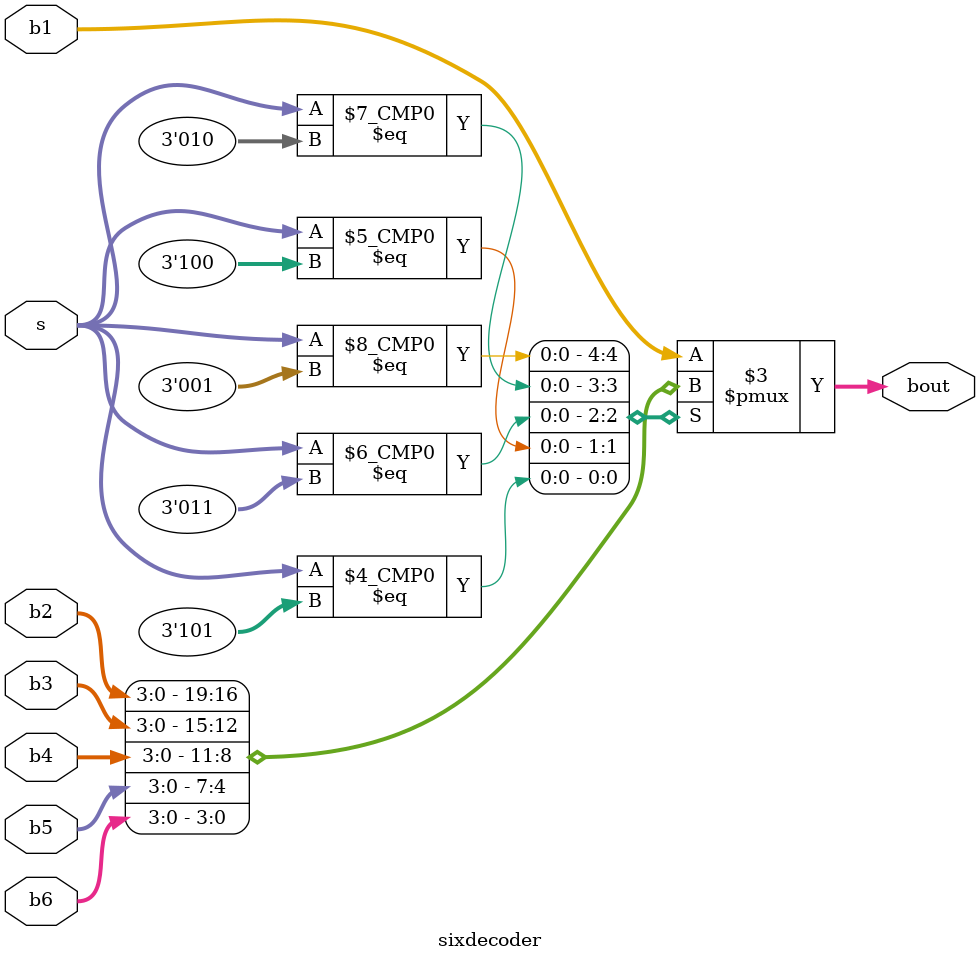
<source format=sv>
module sixdecoder (input logic [3:0] b1, b2, b3, b4, b5, b6, 
						 input logic [2:0] s,
                  output logic [3:0] bout);

	always_comb
		case (s)
			0: bout = b1;
			1: bout = b2;
			2: bout = b3;
			3: bout = b4;
			4: bout = b5;
			5: bout = b6;
			default: bout = b1;
		endcase
	
endmodule
</source>
